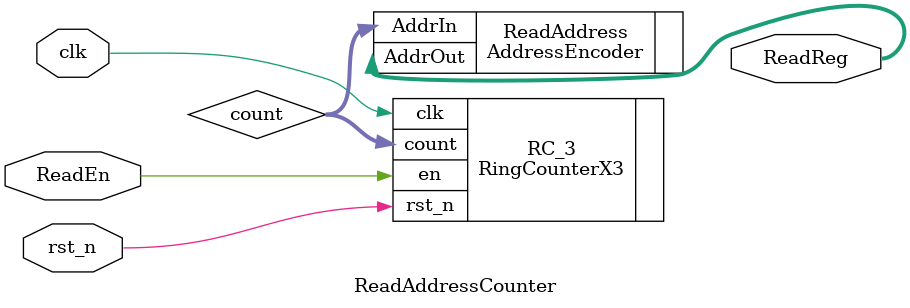
<source format=v>
`timescale 1ns / 1ps


module ReadAddressCounter(ReadEn, clk, rst_n, ReadReg);
    input ReadEn, clk, rst_n;
    output [3:0] ReadReg;

    wire [14:0] count;

    RingCounterX3 RC_3 (.en(ReadEn), .clk(clk), .rst_n(rst_n), .count(count));
    AddressEncoder ReadAddress (.AddrIn(count), .AddrOut(ReadReg));
endmodule

</source>
